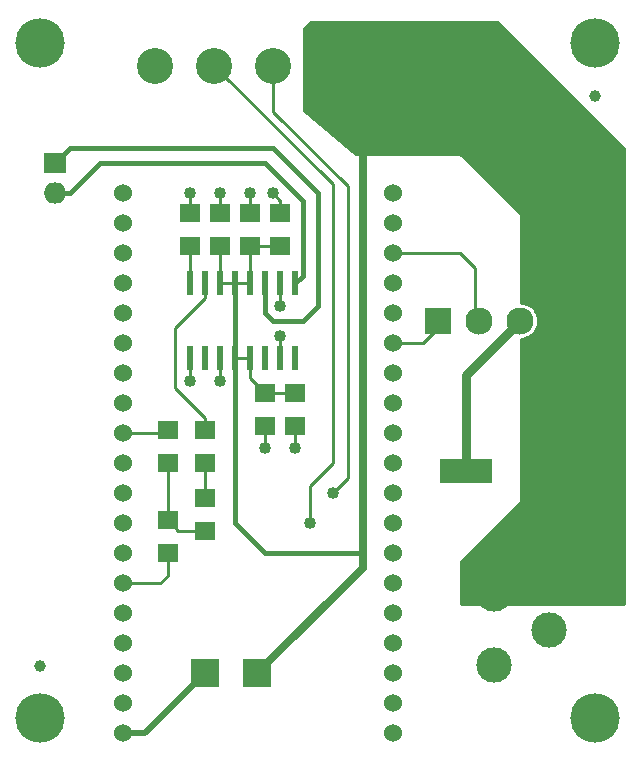
<source format=gbr>
G04 DipTrace 3.1.0.1*
G04 Top.gbr*
%MOIN*%
G04 #@! TF.FileFunction,Copper,L1,Top*
G04 #@! TF.Part,Single*
G04 #@! TA.AperFunction,Conductor*
%ADD13C,0.011*%
%ADD14C,0.03*%
%ADD15C,0.016*%
%ADD16C,0.02*%
%ADD17C,0.025*%
G04 #@! TA.AperFunction,CopperBalancing*
%ADD18C,0.015*%
%ADD20R,0.177165X0.082677*%
%ADD21R,0.070866X0.062992*%
%ADD23R,0.094488X0.094488*%
G04 #@! TA.AperFunction,ComponentPad*
%ADD24C,0.11811*%
%ADD26R,0.074803X0.070866*%
%ADD27O,0.074803X0.070866*%
%ADD28C,0.165*%
%ADD29R,0.12X0.12*%
%ADD30C,0.12*%
%ADD31R,0.090551X0.090551*%
%ADD32C,0.090551*%
%ADD33C,0.06*%
%ADD34R,0.023622X0.07874*%
%ADD35C,0.039*%
G04 #@! TA.AperFunction,ViaPad*
%ADD37C,0.04*%
%FSLAX26Y26*%
G04*
G70*
G90*
G75*
G01*
G04 Top*
%LPD*%
X944000Y1069000D2*
D13*
Y994000D1*
X919000Y969000D1*
X794000D1*
X1018999Y1719000D2*
X1019000Y1644000D1*
X1118999Y1719000D2*
X1119000Y1644000D1*
X1318999Y1719000D2*
Y1794000D1*
X1319000D1*
X1269000Y1494000D2*
Y1419000D1*
X1369000Y1494000D2*
Y1419000D1*
X1019000Y2204236D2*
Y2269000D1*
X1119000Y2204236D2*
Y2269000D1*
X1219000Y2204236D2*
Y2269000D1*
X1319000Y2204236D2*
Y2244000D1*
X1294000Y2269000D1*
X1318999Y1969000D2*
X1319000Y1894000D1*
X1939669Y1344000D2*
D14*
Y1664079D1*
X2119591Y1844000D1*
X1297150Y2694000D2*
D13*
Y2540850D1*
X1544000Y2294000D1*
Y1319000D1*
X1494000Y1269000D1*
X1018999Y1969000D2*
Y2093999D1*
X1019000Y2094000D1*
X1694000Y2069000D2*
X1919000D1*
X1969000Y2019000D1*
Y1856795D1*
X1981795Y1844000D1*
X1844000D2*
Y1819000D1*
X1794000Y1769000D1*
X1694000D1*
X569000Y2369000D2*
D15*
X619000Y2419000D1*
X1294000D1*
X1444000Y2269000D1*
Y1894000D1*
X1394000Y1844000D1*
X1294000D1*
X1269000Y1869000D1*
Y1969000D1*
X569000Y2270575D2*
X620575D1*
X719000Y2369000D1*
X1269000D1*
X1394000Y2244000D1*
Y1994000D1*
X1369000Y1969000D1*
X1419000Y1169000D2*
D13*
Y1294000D1*
X1494000Y1369000D1*
Y2300299D1*
X1100299Y2694000D1*
X794000Y1469000D2*
X933764D1*
X944000Y1479236D1*
X794000Y469000D2*
D16*
X869000D1*
X1069000Y669000D1*
Y1479236D2*
D13*
Y1519000D1*
X969000Y1619000D1*
Y1819000D1*
X1069000Y1919000D1*
Y1969000D1*
Y1369000D2*
Y1254236D1*
X944000Y1369000D2*
Y1179236D1*
X1069000Y1144000D2*
X979236D1*
X944000Y1179236D1*
X1242228Y669000D2*
D17*
X1594000Y1020772D1*
Y1069000D1*
Y2594000D1*
X1494000Y2694000D1*
X1118999Y1969000D2*
D13*
Y2094000D1*
X1119000D1*
X1218999Y1969000D2*
Y2094000D1*
X1219000D1*
X1118999Y1969000D2*
X1169000D1*
X1218999D1*
Y1719000D2*
X1169000D1*
X1369000Y1604236D2*
X1269000D1*
X1169000Y1719000D2*
D15*
Y1169000D1*
X1269000Y1069000D1*
X1594000D1*
X1169000Y1969000D2*
Y1719000D1*
X1218999D2*
D13*
Y1654238D1*
X1269000Y1604236D1*
X1319000Y2094000D2*
X1219000D1*
D37*
X1494000Y1269000D3*
X1419000Y1169000D3*
X1019000Y1644000D3*
X1119000D3*
X1319000Y1794000D3*
X1269000Y1419000D3*
X1369000D3*
X1019000Y2269000D3*
X1119000D3*
X1219000D3*
X1294000D3*
X1319000Y1894000D3*
X1408727Y2821631D2*
D18*
X2054273D1*
X1403014Y2806762D2*
X2069126D1*
X1403014Y2791894D2*
X2084009D1*
X1403014Y2777025D2*
X2098862D1*
X1403014Y2762156D2*
X2113745D1*
X1403014Y2747287D2*
X2128598D1*
X1403014Y2732419D2*
X2143482D1*
X1403014Y2717550D2*
X2158335D1*
X1403014Y2702681D2*
X2173218D1*
X1403014Y2687812D2*
X2188071D1*
X1403014Y2672944D2*
X2202954D1*
X1403014Y2658075D2*
X2217807D1*
X1403014Y2643206D2*
X2232690D1*
X1403014Y2628337D2*
X2247543D1*
X1403014Y2613469D2*
X2262427D1*
X1403014Y2598600D2*
X2277281D1*
X1403014Y2583731D2*
X2292163D1*
X1403014Y2568862D2*
X2307017D1*
X1403014Y2553993D2*
X2321899D1*
X1412711Y2539125D2*
X2336782D1*
X1430055Y2524256D2*
X2351635D1*
X1447399Y2509387D2*
X2366518D1*
X1464743Y2494518D2*
X2381373D1*
X1482087Y2479650D2*
X2396255D1*
X1499459Y2464781D2*
X2411109D1*
X1516803Y2449912D2*
X2425991D1*
X1534147Y2435043D2*
X2440845D1*
X1551491Y2420175D2*
X2455727D1*
X1568835Y2405306D2*
X2460005D1*
X1934665Y2390437D2*
X2460005D1*
X1949547Y2375568D2*
X2460005D1*
X1964402Y2360699D2*
X2460005D1*
X1979285Y2345831D2*
X2460005D1*
X1994138Y2330962D2*
X2460005D1*
X2009021Y2316093D2*
X2460005D1*
X2023874Y2301224D2*
X2460005D1*
X2038757Y2286356D2*
X2460005D1*
X2053610Y2271487D2*
X2460005D1*
X2068493Y2256618D2*
X2460005D1*
X2083346Y2241749D2*
X2460005D1*
X2098230Y2226881D2*
X2460005D1*
X2113083Y2212012D2*
X2460005D1*
X2127966Y2197143D2*
X2460005D1*
X2127995Y2182274D2*
X2460005D1*
X2127995Y2167406D2*
X2460005D1*
X2127995Y2152537D2*
X2460005D1*
X2127995Y2137668D2*
X2460005D1*
X2127995Y2122799D2*
X2460005D1*
X2127995Y2107930D2*
X2460005D1*
X2127995Y2093062D2*
X2460005D1*
X2127995Y2078193D2*
X2460005D1*
X2127995Y2063324D2*
X2460005D1*
X2127995Y2048455D2*
X2460005D1*
X2127995Y2033587D2*
X2460005D1*
X2127995Y2018718D2*
X2460005D1*
X2127995Y2003849D2*
X2460005D1*
X2127995Y1988980D2*
X2460005D1*
X2127995Y1974112D2*
X2460005D1*
X2127995Y1959243D2*
X2460005D1*
X2127995Y1944374D2*
X2460005D1*
X2127995Y1929505D2*
X2460005D1*
X2127995Y1914636D2*
X2460005D1*
X2151198Y1899768D2*
X2460005D1*
X2169509Y1884899D2*
X2460005D1*
X2178883Y1870030D2*
X2460005D1*
X2183483Y1855161D2*
X2460005D1*
X2184362Y1840293D2*
X2460005D1*
X2181697Y1825424D2*
X2460005D1*
X2174929Y1810555D2*
X2460005D1*
X2162097Y1795686D2*
X2460005D1*
X2127995Y1780818D2*
X2460005D1*
X2127995Y1765949D2*
X2460005D1*
X2127995Y1751080D2*
X2460005D1*
X2127995Y1736211D2*
X2460005D1*
X2127995Y1721343D2*
X2460005D1*
X2127995Y1706474D2*
X2460005D1*
X2127995Y1691605D2*
X2460005D1*
X2127995Y1676736D2*
X2460005D1*
X2127995Y1661867D2*
X2460005D1*
X2127995Y1646999D2*
X2460005D1*
X2127995Y1632130D2*
X2460005D1*
X2127995Y1617261D2*
X2460005D1*
X2127995Y1602392D2*
X2460005D1*
X2127995Y1587524D2*
X2460005D1*
X2127995Y1572655D2*
X2460005D1*
X2127995Y1557786D2*
X2460005D1*
X2127995Y1542917D2*
X2460005D1*
X2127995Y1528049D2*
X2460005D1*
X2127995Y1513180D2*
X2460005D1*
X2127995Y1498311D2*
X2460005D1*
X2127995Y1483442D2*
X2460005D1*
X2127995Y1468573D2*
X2460005D1*
X2127995Y1453705D2*
X2460005D1*
X2127995Y1438836D2*
X2460005D1*
X2127995Y1423967D2*
X2460005D1*
X2127995Y1409098D2*
X2460005D1*
X2127995Y1394230D2*
X2460005D1*
X2127995Y1379361D2*
X2460005D1*
X2127995Y1364492D2*
X2460005D1*
X2127995Y1349623D2*
X2460005D1*
X2127995Y1334755D2*
X2460005D1*
X2127995Y1319886D2*
X2460005D1*
X2127995Y1305017D2*
X2460005D1*
X2127995Y1290148D2*
X2460005D1*
X2127995Y1275280D2*
X2460005D1*
X2127995Y1260411D2*
X2460005D1*
X2127995Y1245542D2*
X2460005D1*
X2117770Y1230673D2*
X2460005D1*
X2102917Y1215804D2*
X2460005D1*
X2088034Y1200936D2*
X2460005D1*
X2073181Y1186067D2*
X2460005D1*
X2058298Y1171198D2*
X2460005D1*
X2043445Y1156329D2*
X2460005D1*
X2028562Y1141461D2*
X2460005D1*
X2013709Y1126592D2*
X2460005D1*
X1998825Y1111723D2*
X2460005D1*
X1983971Y1096854D2*
X2460005D1*
X1969089Y1081986D2*
X2460005D1*
X1954235Y1067117D2*
X2460005D1*
X1939353Y1052248D2*
X2460005D1*
X1928014Y1037379D2*
X2460005D1*
X1928014Y1022510D2*
X2460005D1*
X1928014Y1007642D2*
X2460005D1*
X1928014Y992773D2*
X2460005D1*
X1928014Y977904D2*
X2460005D1*
X1928014Y963035D2*
X2460005D1*
X1928014Y948167D2*
X2460005D1*
X1928014Y933298D2*
X2460005D1*
X1928014Y918429D2*
X2460005D1*
X1928014Y903560D2*
X2460005D1*
X2182770Y1839028D2*
X2182186Y1834085D1*
X2181215Y1829205D1*
X2179865Y1824416D1*
X2178142Y1819747D1*
X2176059Y1815228D1*
X2173627Y1810886D1*
X2170862Y1806749D1*
X2167782Y1802841D1*
X2164404Y1799186D1*
X2160749Y1795808D1*
X2156841Y1792728D1*
X2152705Y1789963D1*
X2148362Y1787531D1*
X2143844Y1785449D1*
X2139175Y1783726D1*
X2134386Y1782375D1*
X2126513Y1781051D1*
X2126408Y1242827D1*
X2125682Y1240594D1*
X2124302Y1238696D1*
X1926503Y1040895D1*
X1926500Y901529D1*
X2461491Y901500D1*
X2461500Y2415885D1*
X2040903Y2836490D1*
X1422115Y2836500D1*
X1401508Y2815900D1*
X1401500Y2547457D1*
X1571781Y2401495D1*
X1920173Y2401408D1*
X1922406Y2400682D1*
X1924304Y2399302D1*
X2125068Y2198408D1*
X2126133Y2196318D1*
X2126500Y2193997D1*
Y1906979D1*
X2134386Y1905625D1*
X2139175Y1904274D1*
X2143844Y1902551D1*
X2148362Y1900469D1*
X2152705Y1898037D1*
X2156841Y1895272D1*
X2160749Y1892192D1*
X2164404Y1888814D1*
X2167782Y1885159D1*
X2170862Y1881251D1*
X2173627Y1877114D1*
X2176059Y1872772D1*
X2178142Y1868253D1*
X2179865Y1863584D1*
X2181215Y1858795D1*
X2182186Y1853915D1*
X2182770Y1848972D1*
X2182966Y1844000D1*
X2182770Y1839028D1*
D20*
X2294000Y1344000D3*
X1939669D3*
D21*
X1069000Y1144000D3*
Y1254236D3*
X1019000Y2204236D3*
Y2094000D3*
X1369000Y1604236D3*
Y1494000D3*
X1319000Y2094000D3*
Y2204236D3*
X1219000Y2094000D3*
Y2204236D3*
X1269000Y1604236D3*
Y1494000D3*
X1119000Y2094000D3*
Y2204236D3*
D23*
X1069000Y669000D3*
X1242228D3*
D24*
X2031500Y931500D3*
Y695280D3*
X2216539Y813390D3*
D26*
X569000Y2369000D3*
D27*
Y2270575D3*
D28*
X519000Y519000D3*
Y2769000D3*
X2369000D3*
Y519000D3*
D21*
X1069000Y1479236D3*
Y1369000D3*
X944000D3*
Y1479236D3*
Y1069000D3*
Y1179236D3*
D29*
X1494000Y2694000D3*
D30*
X1297150D3*
X1100299D3*
X903449D3*
D31*
X1844000Y1844000D3*
D32*
X1981795D3*
X2119591D3*
X2257386D3*
D33*
X794000Y469000D3*
Y569000D3*
Y669000D3*
Y769000D3*
Y869000D3*
Y969000D3*
Y1069000D3*
Y1169000D3*
Y1269000D3*
Y1369000D3*
Y1469000D3*
Y1569000D3*
Y1669000D3*
Y1769000D3*
Y1869000D3*
Y1969000D3*
Y2069000D3*
Y2169000D3*
Y2269000D3*
X1694000Y469000D3*
Y569000D3*
Y669000D3*
Y769000D3*
Y869000D3*
Y969000D3*
Y1069000D3*
Y1169000D3*
Y1269000D3*
Y1369000D3*
Y1469000D3*
Y1569000D3*
Y1669000D3*
Y1769000D3*
Y1869000D3*
Y1969000D3*
Y2069000D3*
Y2169000D3*
Y2269000D3*
D34*
X1169000Y1969000D3*
X1118999D3*
Y1719000D3*
X1169000D3*
X1069000Y1969000D3*
X1018999D3*
Y1719000D3*
X1069000D3*
X1369000Y1969000D3*
X1318999D3*
Y1719000D3*
X1369000D3*
X1269000Y1969000D3*
X1218999D3*
Y1719000D3*
X1269000D3*
D35*
X519000Y694000D3*
X2369000Y2594000D3*
M02*

</source>
